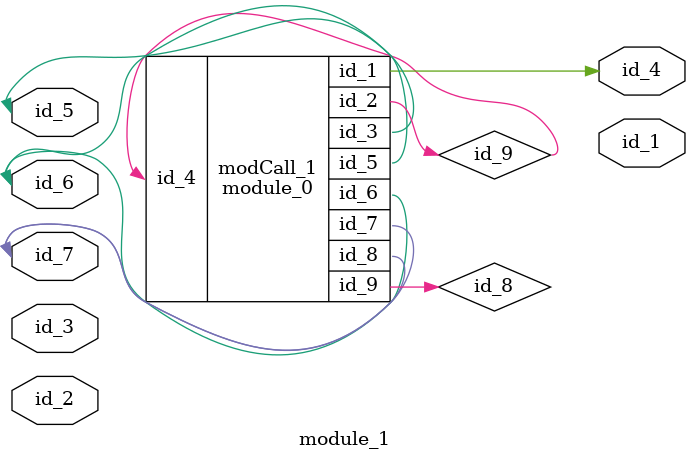
<source format=v>
module module_0 (
    id_1,
    id_2,
    id_3,
    id_4,
    id_5,
    id_6,
    id_7,
    id_8,
    id_9
);
  inout wire id_9;
  output wire id_8;
  inout wire id_7;
  inout wire id_6;
  inout wire id_5;
  input wire id_4;
  output wire id_3;
  output wire id_2;
  output wire id_1;
  wire id_10 = id_6;
  assign id_2 = id_7;
endmodule
module module_1 (
    id_1,
    id_2,
    id_3,
    id_4,
    id_5,
    id_6,
    id_7
);
  inout wire id_7;
  inout wire id_6;
  inout wire id_5;
  output wire id_4;
  inout wire id_3;
  input wire id_2;
  output wire id_1;
  wire id_8, id_9;
  module_0 modCall_1 (
      id_4,
      id_9,
      id_5,
      id_9,
      id_6,
      id_6,
      id_7,
      id_7,
      id_8
  );
  wire id_10;
endmodule

</source>
